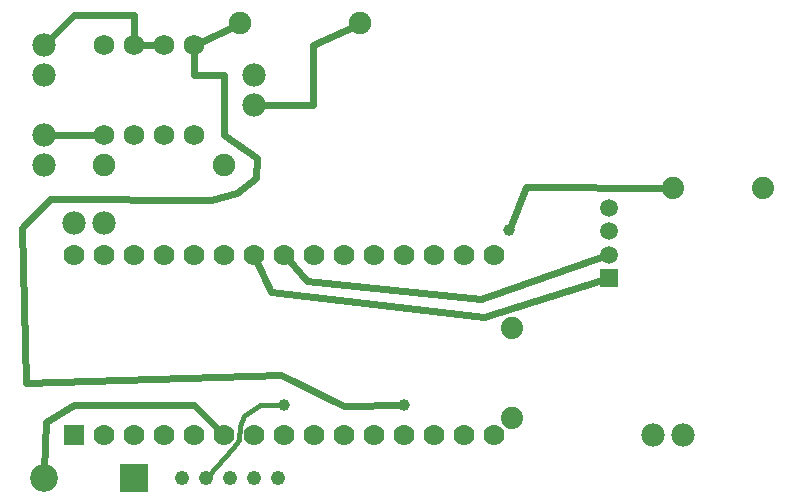
<source format=gbl>
G04 MADE WITH FRITZING*
G04 WWW.FRITZING.ORG*
G04 DOUBLE SIDED*
G04 HOLES PLATED*
G04 CONTOUR ON CENTER OF CONTOUR VECTOR*
%ASAXBY*%
%FSLAX23Y23*%
%MOIN*%
%OFA0B0*%
%SFA1.0B1.0*%
%ADD10C,0.070000*%
%ADD11C,0.048000*%
%ADD12C,0.068000*%
%ADD13C,0.092000*%
%ADD14C,0.074000*%
%ADD15C,0.078000*%
%ADD16C,0.075000*%
%ADD17C,0.039370*%
%ADD18C,0.059200*%
%ADD19R,0.070000X0.069972*%
%ADD20R,0.092000X0.092000*%
%ADD21R,0.059200X0.059200*%
%ADD22C,0.024000*%
%ADD23C,0.016000*%
%LNCOPPER0*%
G90*
G70*
G54D10*
X209Y233D03*
X309Y233D03*
X409Y233D03*
X509Y233D03*
X609Y233D03*
X709Y233D03*
X809Y233D03*
X909Y233D03*
X1009Y233D03*
X1109Y233D03*
X1209Y233D03*
X1309Y233D03*
X1409Y233D03*
X1509Y233D03*
X1609Y233D03*
X209Y833D03*
X309Y833D03*
X409Y833D03*
X509Y833D03*
X609Y833D03*
X709Y833D03*
X809Y833D03*
X909Y833D03*
X1009Y833D03*
X1109Y833D03*
X1209Y833D03*
X1309Y833D03*
X1409Y833D03*
X1509Y833D03*
X1609Y833D03*
G54D11*
X808Y89D03*
X728Y89D03*
X648Y89D03*
X568Y89D03*
X889Y89D03*
X809Y89D03*
G54D12*
X309Y1233D03*
X409Y1233D03*
X509Y1233D03*
X609Y1233D03*
X609Y1533D03*
X509Y1533D03*
X409Y1533D03*
X309Y1533D03*
G54D13*
X409Y89D03*
X109Y89D03*
G54D14*
X1670Y289D03*
X1670Y589D03*
X2205Y1055D03*
X2505Y1055D03*
G54D15*
X109Y1233D03*
X109Y1133D03*
G54D16*
X763Y1605D03*
X1163Y1605D03*
X309Y1133D03*
X709Y1133D03*
G54D15*
X809Y1433D03*
X809Y1333D03*
X109Y1533D03*
X109Y1433D03*
X209Y941D03*
X309Y941D03*
G54D17*
X1309Y333D03*
G54D18*
X1992Y755D03*
X1992Y991D03*
X1992Y913D03*
X1992Y834D03*
G54D17*
X909Y333D03*
X1658Y917D03*
G54D15*
X2139Y232D03*
X2239Y232D03*
G54D19*
X209Y233D03*
G54D20*
X409Y89D03*
G54D21*
X1992Y755D03*
G54D22*
X624Y1540D02*
X747Y1597D01*
D02*
X1007Y1334D02*
X1007Y1534D01*
D02*
X1007Y1534D02*
X1147Y1597D01*
D02*
X828Y1333D02*
X1007Y1334D01*
D02*
X209Y1633D02*
X122Y1546D01*
D02*
X409Y1633D02*
X209Y1633D01*
D02*
X409Y1549D02*
X409Y1633D01*
D02*
X820Y1155D02*
X815Y1089D01*
D02*
X753Y1039D02*
X665Y1016D01*
D02*
X128Y1019D02*
X37Y922D01*
D02*
X665Y1016D02*
X128Y1019D01*
D02*
X37Y922D02*
X48Y405D01*
D02*
X48Y405D02*
X898Y433D01*
D02*
X898Y433D02*
X1109Y329D01*
D02*
X608Y1432D02*
X709Y1432D01*
D02*
X1109Y329D02*
X1301Y333D01*
D02*
X815Y1089D02*
X753Y1039D01*
D02*
X709Y1233D02*
X820Y1155D01*
D02*
X709Y1432D02*
X709Y1233D01*
D02*
X609Y1517D02*
X608Y1432D01*
D02*
X509Y1533D02*
X425Y1533D01*
D02*
X128Y1233D02*
X293Y1233D01*
D02*
X115Y277D02*
X110Y115D01*
D02*
X609Y333D02*
X209Y333D01*
D02*
X209Y333D02*
X115Y277D01*
D02*
X696Y246D02*
X609Y333D01*
G54D23*
D02*
X829Y333D02*
X776Y297D01*
D02*
X762Y262D02*
X758Y217D01*
D02*
X758Y217D02*
X738Y189D01*
D02*
X738Y189D02*
X656Y97D01*
D02*
X776Y297D02*
X762Y262D01*
D02*
X901Y333D02*
X829Y333D01*
G54D22*
D02*
X1715Y1061D02*
X1661Y924D01*
D02*
X2188Y1055D02*
X1715Y1061D01*
D02*
X984Y747D02*
X921Y819D01*
D02*
X1565Y686D02*
X984Y747D01*
D02*
X1977Y829D02*
X1565Y686D01*
D02*
X1576Y625D02*
X1970Y748D01*
D02*
X867Y708D02*
X1576Y625D01*
D02*
X817Y817D02*
X867Y708D01*
G04 End of Copper0*
M02*
</source>
